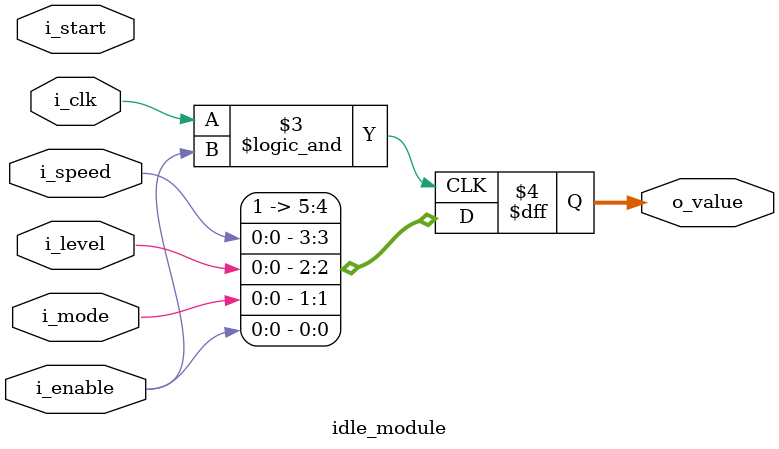
<source format=sv>
/**
Additional Comments:
    Company: 
    Engineer: Paulo Cezar da Paixao
    Create Date: Create Date: 05/05/2025 03:48:34 PM
    Design Name: Simon Game (Genius)
    Module Name: idle_module
    Project Name: PBL1_Genius_Project
    Target Devices: FPGA
    Tool Versions: Xilinx Vivado 2025
    Description: Idle  

    Dependencies: None
    
    Revision: 2025.5.1
    Revision 0.01 - File Created
**/

/**
Additional Comments:
  @file idle_module.sv
  @brief System Idle State Controller
 
  @details
  Handles the idle state of the system, managing configuration parameters
  and transitioning to active state upon start signal. Features:
    - Holds system configuration (mode, level, speed)
    - Generates initialization values when enabled
    - Synchronous design with system clock
    - Outputs state completion code
 
  @param i_clk     System clock input
  @param i_enable  Module enable signal (active-high)
  @param i_start   System start signal (active-high)
  @param i_mode    Operation mode [1:0]:
                   - 2'b00: Mode A
                   - 2'b01: Mode B
                   - 2'b10: Mode C
                   - 2'b11: Mode D
  @param i_level   Difficulty level [1:0]:
                   - 2'b00: Easy
                   - 2'b01: Medium
                   - 2'b10: Hard
                   - 2'b11: Expert
  @param i_speed   Operation speed [1:0]:
                   - 2'b00: Slow
                   - 2'b01: Medium
                   - 2'b10: Fast
                   - 2'b11: Turbo
  @param o_value   6-bit state completion/output value
 **/

//-----------------------------------------------------------------------------
// idle_module.sv - Handles the IDLE state
//-----------------------------------------------------------------------------
`timescale 1ns / 1ps
module idle_module(
    // Input ports
    input  logic       i_clk,          // System clock
    input  logic       i_enable,       // Enable signal (active-high)
    input  logic       i_start,        // Start signal (active-high)
    input  logic [1:0] i_mode,         // Mode configuration
    input  logic [1:0] i_level,        // Level configuration
    input  logic [1:0] i_speed,        // Speed configuration
     
    // Output ports
    output logic [5:0] o_value         // State completion/output value
);

    // Module logic
    //-------------------------------------------------
    // o_value[0]: Mode setting signal
    // o_value[1]: Level setting signal
    // o_value[2]: Speed setting signal
    // o_value[3]: Active module signal
    // o_value[4]: Done module signal
    
    // assign settings signals
    always_ff @(posedge i_clk && i_enable == 1'b1) begin
        // Update outputs
        o_value[0] <= i_enable;
        o_value[1] <= i_mode;
        o_value[2] <= i_level;
        o_value[3] <= i_speed;
        o_value[4] <= 1'b1;
        o_value[5] <= 1'b1;    
    end    
endmodule

</source>
